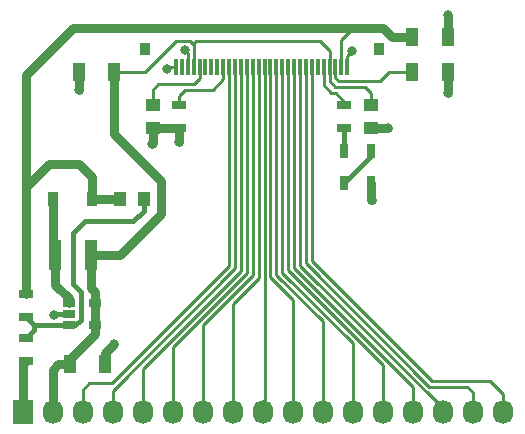
<source format=gtl>
G04 #@! TF.GenerationSoftware,KiCad,Pcbnew,(2017-01-24 revision 0b6147e)-makepkg*
G04 #@! TF.CreationDate,2017-04-22T21:53:28-07:00*
G04 #@! TF.ProjectId,OLED_1.5_128X128_breakout,4F4C45445F312E355F31323858313238,rev?*
G04 #@! TF.FileFunction,Copper,L1,Top,Signal*
G04 #@! TF.FilePolarity,Positive*
%FSLAX46Y46*%
G04 Gerber Fmt 4.6, Leading zero omitted, Abs format (unit mm)*
G04 Created by KiCad (PCBNEW (2017-01-24 revision 0b6147e)-makepkg) date 04/22/17 21:53:28*
%MOMM*%
%LPD*%
G01*
G04 APERTURE LIST*
%ADD10C,0.100000*%
%ADD11R,1.000000X1.600000*%
%ADD12R,0.910000X1.220000*%
%ADD13R,0.800000X1.300000*%
%ADD14R,1.000000X2.500000*%
%ADD15R,1.727200X2.032000*%
%ADD16O,1.727200X2.032000*%
%ADD17R,1.060000X0.650000*%
%ADD18R,1.300000X0.700000*%
%ADD19R,1.250000X1.000000*%
%ADD20R,1.000000X1.250000*%
%ADD21R,0.300000X1.400000*%
%ADD22R,0.900000X1.100000*%
%ADD23C,0.800000*%
%ADD24C,0.254000*%
%ADD25C,0.762000*%
%ADD26C,0.381000*%
G04 APERTURE END LIST*
D10*
D11*
X55750000Y-85000000D03*
X58750000Y-85000000D03*
X84750000Y-57250000D03*
X87750000Y-57250000D03*
X87750000Y-60250000D03*
X84750000Y-60250000D03*
X56500000Y-60250000D03*
X59500000Y-60250000D03*
D12*
X57635000Y-71000000D03*
X54365000Y-71000000D03*
D13*
X81250000Y-69605000D03*
X81250000Y-66895000D03*
X79000000Y-66895000D03*
X79000000Y-69605000D03*
D14*
X57500000Y-75750000D03*
X54500000Y-75750000D03*
D15*
X51760000Y-89000000D03*
D16*
X54300000Y-89000000D03*
X56840000Y-89000000D03*
X59380000Y-89000000D03*
X61920000Y-89000000D03*
X64460000Y-89000000D03*
X67000000Y-89000000D03*
X69540000Y-89000000D03*
X72080000Y-89000000D03*
X74620000Y-89000000D03*
X77160000Y-89000000D03*
X79700000Y-89000000D03*
X82240000Y-89000000D03*
X84780000Y-89000000D03*
X87320000Y-89000000D03*
X89860000Y-89000000D03*
X92400000Y-89000000D03*
D17*
X55650000Y-79800000D03*
X55650000Y-80750000D03*
X55650000Y-81700000D03*
X57850000Y-81700000D03*
X57850000Y-79800000D03*
D18*
X79000000Y-63050000D03*
X79000000Y-64950000D03*
D19*
X81250000Y-63000000D03*
X81250000Y-65000000D03*
D18*
X52000000Y-79050000D03*
X52000000Y-80950000D03*
X52000000Y-84700000D03*
X52000000Y-82800000D03*
D20*
X60000000Y-71000000D03*
X62000000Y-71000000D03*
D19*
X62750000Y-63000000D03*
X62750000Y-65000000D03*
D18*
X65000000Y-63050000D03*
X65000000Y-64950000D03*
D21*
X79235000Y-59794000D03*
X78735000Y-59794000D03*
X78235000Y-59794000D03*
X77735000Y-59794000D03*
X77235000Y-59794000D03*
X76735000Y-59794000D03*
X76235000Y-59794000D03*
X75735000Y-59794000D03*
X75235000Y-59794000D03*
X74735000Y-59794000D03*
X74235000Y-59794000D03*
X73735000Y-59794000D03*
X73235000Y-59794000D03*
X72735000Y-59794000D03*
X72235000Y-59794000D03*
X71735000Y-59794000D03*
X71235000Y-59794000D03*
X70735000Y-59794000D03*
X70235000Y-59794000D03*
X69735000Y-59794000D03*
X69235000Y-59794000D03*
X68735000Y-59794000D03*
X68235000Y-59794000D03*
X67735000Y-59794000D03*
X67235000Y-59794000D03*
X66735000Y-59794000D03*
X66235000Y-59794000D03*
X65735000Y-59794000D03*
X65235000Y-59794000D03*
X64735000Y-59794000D03*
D22*
X81935000Y-58294000D03*
X62135000Y-58294000D03*
D23*
X65500000Y-58400000D03*
X63950000Y-60000000D03*
X79650000Y-58450000D03*
X59500000Y-83300000D03*
X54400000Y-80800000D03*
X56500000Y-61800000D03*
X62700000Y-66300000D03*
X65000000Y-66200000D03*
X81300000Y-71100000D03*
X82700000Y-65000000D03*
X87800000Y-62000000D03*
X87800000Y-55400000D03*
D24*
X77735000Y-59794000D02*
X77735000Y-58435000D01*
X77735000Y-58435000D02*
X76950000Y-57650000D01*
X76950000Y-57650000D02*
X66450000Y-57650000D01*
X66450000Y-57650000D02*
X66200000Y-57900000D01*
X66200000Y-57900000D02*
X65950000Y-57650000D01*
X65950000Y-57650000D02*
X64750000Y-57650000D01*
X64750000Y-57650000D02*
X62150000Y-60250000D01*
X62150000Y-60250000D02*
X59500000Y-60250000D01*
X66235000Y-59794000D02*
X66235000Y-57935000D01*
X66235000Y-57935000D02*
X66200000Y-57900000D01*
X81250000Y-63000000D02*
X81250000Y-62000000D01*
X81250000Y-62000000D02*
X80750000Y-61500000D01*
X80750000Y-61500000D02*
X78200000Y-61500000D01*
X78200000Y-61500000D02*
X77735000Y-61035000D01*
X77735000Y-61035000D02*
X77735000Y-59794000D01*
D25*
X63500000Y-69500000D02*
X59500000Y-65500000D01*
X59500000Y-65500000D02*
X59500000Y-60250000D01*
X63500000Y-72250000D02*
X63500000Y-69500000D01*
X60000000Y-75750000D02*
X63500000Y-72250000D01*
X57500000Y-75750000D02*
X60000000Y-75750000D01*
X57850000Y-78850000D02*
X57500000Y-78500000D01*
X57500000Y-78500000D02*
X57500000Y-75750000D01*
X57850000Y-79800000D02*
X57850000Y-78850000D01*
X57850000Y-81700000D02*
X57850000Y-79800000D01*
X55750000Y-84500000D02*
X57850000Y-82400000D01*
X57850000Y-82400000D02*
X57850000Y-81700000D01*
X55750000Y-85000000D02*
X55750000Y-84500000D01*
X54300000Y-85450000D02*
X54750000Y-85000000D01*
X54750000Y-85000000D02*
X55750000Y-85000000D01*
X54300000Y-89000000D02*
X54300000Y-85450000D01*
D24*
X65735000Y-59794000D02*
X65735000Y-58635000D01*
X65735000Y-58635000D02*
X65500000Y-58400000D01*
X64735000Y-59794000D02*
X64156000Y-59794000D01*
X64156000Y-59794000D02*
X63950000Y-60000000D01*
X79235000Y-59794000D02*
X79235000Y-58865000D01*
X79235000Y-58865000D02*
X79650000Y-58450000D01*
D25*
X51760000Y-89000000D02*
X51760000Y-84940000D01*
X51760000Y-84940000D02*
X52000000Y-84700000D01*
X58750000Y-85000000D02*
X58750000Y-84050000D01*
X58750000Y-84050000D02*
X59500000Y-83300000D01*
D26*
X55650000Y-80750000D02*
X54450000Y-80750000D01*
X54450000Y-80750000D02*
X54400000Y-80800000D01*
D25*
X56500000Y-60250000D02*
X56500000Y-61800000D01*
X62750000Y-65000000D02*
X62750000Y-66250000D01*
X62750000Y-66250000D02*
X62700000Y-66300000D01*
X65000000Y-64950000D02*
X65000000Y-66200000D01*
X65000000Y-64950000D02*
X62800000Y-64950000D01*
X62800000Y-64950000D02*
X62750000Y-65000000D01*
X81250000Y-69605000D02*
X81250000Y-71050000D01*
X81250000Y-71050000D02*
X81300000Y-71100000D01*
X81250000Y-65000000D02*
X82700000Y-65000000D01*
X87750000Y-60250000D02*
X87750000Y-61950000D01*
X87750000Y-61950000D02*
X87800000Y-62000000D01*
X87750000Y-57250000D02*
X87750000Y-55450000D01*
X87750000Y-55450000D02*
X87800000Y-55400000D01*
X82250000Y-56500000D02*
X79750000Y-56500000D01*
X79750000Y-56500000D02*
X56000000Y-56500000D01*
D24*
X78735000Y-59794000D02*
X78735000Y-57515000D01*
X78735000Y-57515000D02*
X79750000Y-56500000D01*
D25*
X56000000Y-56500000D02*
X52000000Y-60500000D01*
X52000000Y-60500000D02*
X52000000Y-70000000D01*
X83000000Y-57250000D02*
X82250000Y-56500000D01*
X84750000Y-57250000D02*
X83000000Y-57250000D01*
X57635000Y-71000000D02*
X60000000Y-71000000D01*
X56500000Y-68000000D02*
X57635000Y-69135000D01*
X57635000Y-69135000D02*
X57635000Y-71000000D01*
X54000000Y-68000000D02*
X56500000Y-68000000D01*
X52000000Y-70000000D02*
X54000000Y-68000000D01*
X52000000Y-79050000D02*
X52000000Y-70000000D01*
D26*
X61100000Y-72900000D02*
X62000000Y-72000000D01*
X62000000Y-72000000D02*
X62000000Y-71000000D01*
X57000000Y-72900000D02*
X61100000Y-72900000D01*
X56000000Y-73900000D02*
X57000000Y-72900000D01*
X56000000Y-78200000D02*
X56000000Y-73900000D01*
X56700000Y-78900000D02*
X56000000Y-78200000D01*
X56700000Y-81200000D02*
X56700000Y-78900000D01*
X56200000Y-81700000D02*
X56700000Y-81200000D01*
X55650000Y-81700000D02*
X56200000Y-81700000D01*
X52750000Y-81700000D02*
X52750000Y-82050000D01*
X52750000Y-82050000D02*
X52000000Y-82800000D01*
X55650000Y-81700000D02*
X52750000Y-81700000D01*
X52750000Y-81700000D02*
X52000000Y-80950000D01*
D24*
X63250000Y-61250000D02*
X62750000Y-61750000D01*
X62750000Y-61750000D02*
X62750000Y-63000000D01*
X66250000Y-61250000D02*
X63250000Y-61250000D01*
X66735000Y-60765000D02*
X66250000Y-61250000D01*
X66735000Y-59794000D02*
X66735000Y-60765000D01*
X78500000Y-61000000D02*
X78235000Y-60735000D01*
X78235000Y-60735000D02*
X78235000Y-59794000D01*
X82000000Y-61000000D02*
X78500000Y-61000000D01*
X82750000Y-60250000D02*
X82000000Y-61000000D01*
X84750000Y-60250000D02*
X82750000Y-60250000D01*
D25*
X55650000Y-79400000D02*
X54500000Y-78250000D01*
X54500000Y-78250000D02*
X54500000Y-75750000D01*
X55650000Y-79800000D02*
X55650000Y-79400000D01*
X54365000Y-71000000D02*
X54365000Y-75615000D01*
X54365000Y-75615000D02*
X54500000Y-75750000D01*
D26*
X81250000Y-66895000D02*
X81250000Y-67355000D01*
X81250000Y-67355000D02*
X79000000Y-69605000D01*
X79000000Y-64950000D02*
X79000000Y-66895000D01*
D24*
X57400000Y-86600000D02*
X56840000Y-87160000D01*
X56840000Y-87160000D02*
X56840000Y-89000000D01*
X59300000Y-86600000D02*
X57400000Y-86600000D01*
X69235000Y-76665000D02*
X59300000Y-86600000D01*
X69235000Y-59794000D02*
X69235000Y-76665000D01*
X69735000Y-76865000D02*
X59380000Y-87220000D01*
X59380000Y-87220000D02*
X59380000Y-89000000D01*
X69735000Y-59794000D02*
X69735000Y-76865000D01*
X70235000Y-77065000D02*
X61920000Y-85380000D01*
X61920000Y-85380000D02*
X61920000Y-89000000D01*
X70235000Y-59794000D02*
X70235000Y-77065000D01*
X70735000Y-77265000D02*
X64460000Y-83540000D01*
X64460000Y-83540000D02*
X64460000Y-89000000D01*
X70735000Y-59794000D02*
X70735000Y-77265000D01*
X71235000Y-77465000D02*
X67000000Y-81700000D01*
X67000000Y-81700000D02*
X67000000Y-89000000D01*
X71235000Y-59794000D02*
X71235000Y-77465000D01*
X71735000Y-77665000D02*
X69540000Y-79860000D01*
X69540000Y-79860000D02*
X69540000Y-89000000D01*
X71735000Y-59794000D02*
X71735000Y-77665000D01*
X72235000Y-59794000D02*
X72235000Y-88845000D01*
X72235000Y-88845000D02*
X72080000Y-89000000D01*
X72735000Y-59794000D02*
X72735000Y-77635000D01*
X72735000Y-77635000D02*
X74620000Y-79520000D01*
X74620000Y-79520000D02*
X74620000Y-89000000D01*
X77160000Y-81360000D02*
X73235000Y-77435000D01*
X73235000Y-77435000D02*
X73235000Y-59794000D01*
X77160000Y-89000000D02*
X77160000Y-81360000D01*
X73735000Y-77235000D02*
X79700000Y-83200000D01*
X79700000Y-83200000D02*
X79700000Y-89000000D01*
X73735000Y-59794000D02*
X73735000Y-77235000D01*
X82240000Y-85040000D02*
X74235000Y-77035000D01*
X74235000Y-77035000D02*
X74235000Y-59794000D01*
X82240000Y-89000000D02*
X82240000Y-85040000D01*
X74735000Y-76835000D02*
X84780000Y-86880000D01*
X84780000Y-86880000D02*
X84780000Y-89000000D01*
X74735000Y-59794000D02*
X74735000Y-76835000D01*
X87320000Y-88720000D02*
X75235000Y-76635000D01*
X75235000Y-76635000D02*
X75235000Y-59794000D01*
X87320000Y-89000000D02*
X87320000Y-88720000D01*
X89400000Y-86900000D02*
X89860000Y-87360000D01*
X89860000Y-87360000D02*
X89860000Y-89000000D01*
X86200000Y-86900000D02*
X89400000Y-86900000D01*
X75735000Y-76435000D02*
X86200000Y-86900000D01*
X75735000Y-59794000D02*
X75735000Y-76435000D01*
X91300000Y-86400000D02*
X92400000Y-87500000D01*
X92400000Y-87500000D02*
X92400000Y-89000000D01*
X86400000Y-86400000D02*
X91300000Y-86400000D01*
X76235000Y-76235000D02*
X86400000Y-86400000D01*
X76235000Y-59794000D02*
X76235000Y-76235000D01*
X65000000Y-63050000D02*
X65000000Y-62250000D01*
X65000000Y-62250000D02*
X65500000Y-61750000D01*
X65500000Y-61750000D02*
X67850000Y-61750000D01*
X67850000Y-61750000D02*
X68735000Y-60865000D01*
X68735000Y-60865000D02*
X68735000Y-59794000D01*
X79000000Y-63050000D02*
X79000000Y-62750000D01*
X79000000Y-62750000D02*
X78250000Y-62000000D01*
X78250000Y-62000000D02*
X77900000Y-62000000D01*
X77900000Y-62000000D02*
X77235000Y-61335000D01*
X77235000Y-61335000D02*
X77235000Y-59794000D01*
M02*

</source>
